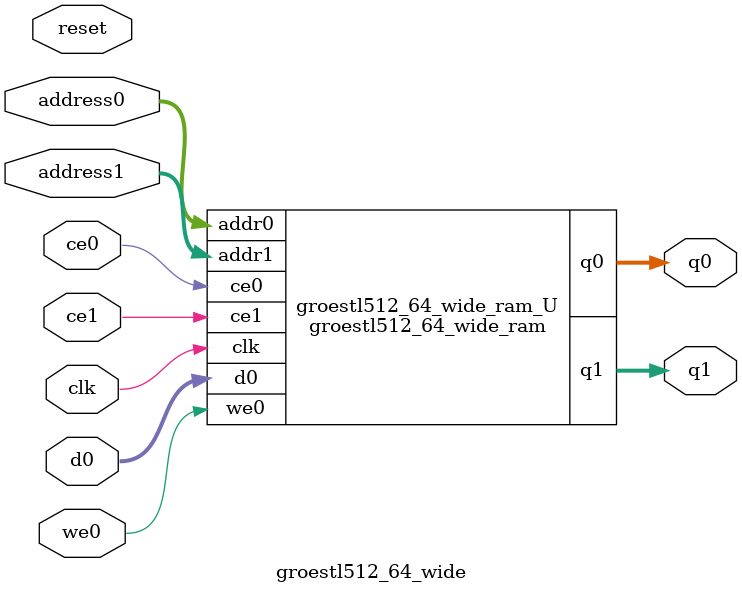
<source format=v>

`timescale 1 ns / 1 ps
module groestl512_64_wide_ram (addr0, ce0, d0, we0, q0, addr1, ce1, q1,  clk);

parameter DWIDTH = 64;
parameter AWIDTH = 4;
parameter MEM_SIZE = 16;

input[AWIDTH-1:0] addr0;
input ce0;
input[DWIDTH-1:0] d0;
input we0;
output reg[DWIDTH-1:0] q0;
input[AWIDTH-1:0] addr1;
input ce1;
output reg[DWIDTH-1:0] q1;
input clk;

(* ram_style = "block" *)reg [DWIDTH-1:0] ram[0:MEM_SIZE-1];




always @(posedge clk)  
begin 
    if (ce0) 
    begin
        if (we0) 
        begin 
            ram[addr0] <= d0; 
            q0 <= d0;
        end 
        else 
            q0 <= ram[addr0];
    end
end


always @(posedge clk)  
begin 
    if (ce1) 
    begin
            q1 <= ram[addr1];
    end
end


endmodule


`timescale 1 ns / 1 ps
module groestl512_64_wide(
    reset,
    clk,
    address0,
    ce0,
    we0,
    d0,
    q0,
    address1,
    ce1,
    q1);

parameter DataWidth = 32'd64;
parameter AddressRange = 32'd16;
parameter AddressWidth = 32'd4;
input reset;
input clk;
input[AddressWidth - 1:0] address0;
input ce0;
input we0;
input[DataWidth - 1:0] d0;
output[DataWidth - 1:0] q0;
input[AddressWidth - 1:0] address1;
input ce1;
output[DataWidth - 1:0] q1;



groestl512_64_wide_ram groestl512_64_wide_ram_U(
    .clk( clk ),
    .addr0( address0 ),
    .ce0( ce0 ),
    .d0( d0 ),
    .we0( we0 ),
    .q0( q0 ),
    .addr1( address1 ),
    .ce1( ce1 ),
    .q1( q1 ));

endmodule


</source>
